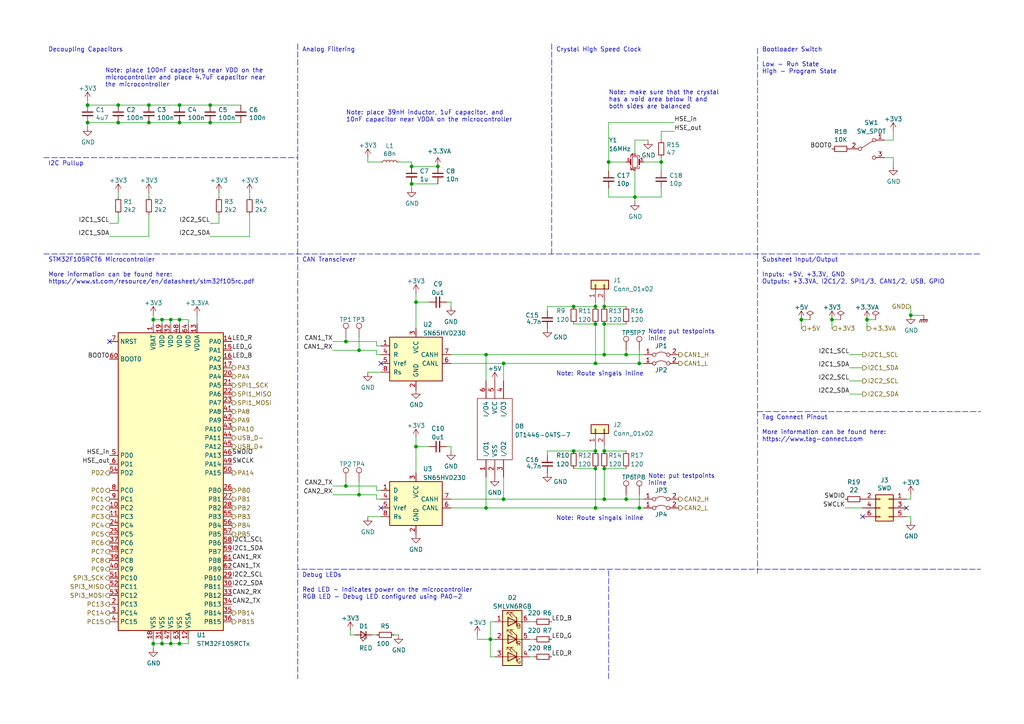
<source format=kicad_sch>
(kicad_sch (version 20211123) (generator eeschema)
  (paper "A4")
  (title_block (title "STM32F105RCT6 Subsheet") (date "2022-10-09") (company "Longhorn Racing"))
  (lib_symbols
    (symbol "Connector:TestPoint" (pin_numbers hide) (pin_names (offset 0.762) hide)
      (property "Reference" "TP" (at 0 6.858 0))
      (property "Value" "TestPoint" (at 0 5.08 0))
      (symbol "TestPoint_1_1"
        (pin passive line (at 0 0 90) (length 2.54) (name "1") (number "1"))
      )
    )
    (symbol "Connector_Generic:Conn_01x02" (pin_names (offset 1.016) hide)
      (property "Reference" "J" (at 0 2.54 0))
      (property "Value" "Conn_01x02" (at 0 -5.08 0))
      (symbol "Conn_01x02_1_1"
        (pin passive line (at -5.08 0 0) (length 3.81) (name "Pin_1") (number "1"))
        (pin passive line (at -5.08 -2.54 0) (length 3.81) (name "Pin_2") (number "2"))
      )
    )
    (symbol "Connector_Generic:Conn_02x03_Odd_Even" (pin_names (offset 1.016) hide)
      (property "Reference" "J" (at 1.27 5.08 0))
      (property "Value" "Conn_02x03_Odd_Even" (at 1.27 -5.08 0))
      (symbol "Conn_02x03_Odd_Even_1_1"
        (pin passive line (at -5.08 2.54 0) (length 3.81) (name "Pin_1") (number "1"))
        (pin passive line (at 7.62 2.54 180) (length 3.81) (name "Pin_2") (number "2"))
        (pin passive line (at -5.08 0 0) (length 3.81) (name "Pin_3") (number "3"))
        (pin passive line (at 7.62 0 180) (length 3.81) (name "Pin_4") (number "4"))
        (pin passive line (at -5.08 -2.54 0) (length 3.81) (name "Pin_5") (number "5"))
        (pin passive line (at 7.62 -2.54 180) (length 3.81) (name "Pin_6") (number "6"))
      )
    )
    (symbol "Device:C_Small" (pin_numbers hide) (pin_names (offset 0.254) hide)
      (property "Reference" "C" (at 0.254 1.778 0))
      (property "Value" "C_Small" (at 0.254 -2.032 0))
      (symbol "C_Small_1_1"
        (pin passive line (at 0 2.54 270) (length 2.032) (name "~") (number "1"))
        (pin passive line (at 0 -2.54 90) (length 2.032) (name "~") (number "2"))
      )
    )
    (symbol "Device:Crystal_GND24_Small" (pin_names (offset 1.016) hide)
      (property "Reference" "Y" (at 1.27 4.445 0))
      (property "Value" "Crystal_GND24_Small" (at 1.27 2.54 0))
      (symbol "Crystal_GND24_Small_1_1"
        (pin passive line (at -2.54 0 0) (length 1.27) (name "1") (number "1"))
        (pin passive line (at 0 -2.54 90) (length 0.635) (name "2") (number "2"))
        (pin passive line (at 2.54 0 180) (length 1.27) (name "3") (number "3"))
        (pin passive line (at 0 2.54 270) (length 0.635) (name "4") (number "4"))
      )
    )
    (symbol "Device:LED_Small" (pin_numbers hide) (pin_names (offset 0.254) hide)
      (property "Reference" "D" (at -1.27 3.175 0))
      (property "Value" "LED_Small" (at -4.445 -2.54 0))
      (symbol "LED_Small_1_1"
        (pin passive line (at -2.54 0 0) (length 1.778) (name "K") (number "1"))
        (pin passive line (at 2.54 0 180) (length 1.778) (name "A") (number "2"))
      )
    )
    (symbol "Device:L_Small" (pin_numbers hide) (pin_names (offset 0.254) hide)
      (property "Reference" "L" (at 0.762 1.016 0))
      (property "Value" "L_Small" (at 0.762 -1.016 0))
      (symbol "L_Small_1_1"
        (pin passive line (at 0 2.54 270) (length 0.508) (name "~") (number "1"))
        (pin passive line (at 0 -2.54 90) (length 0.508) (name "~") (number "2"))
      )
    )
    (symbol "Device:R_Small" (pin_numbers hide) (pin_names (offset 0.254) hide)
      (property "Reference" "R" (at 0.762 0.508 0))
      (property "Value" "R_Small" (at 0.762 -1.016 0))
      (symbol "R_Small_1_1"
        (pin passive line (at 0 2.54 270) (length 0.762) (name "~") (number "1"))
        (pin passive line (at 0 -2.54 90) (length 0.762) (name "~") (number "2"))
      )
    )
    (symbol "Global_Library:DT1446-04TS-7" (pin_names (offset 0.762))
      (property "Reference" "D" (at 5.08 7.62 0))
      (property "Value" "DT1446-04TS-7" (at 5.08 5.08 0))
      (symbol "DT1446-04TS-7_0_0"
        (pin passive line (at 0 0 0) (length 5.08) (name "I/O1") (number "1"))
        (pin passive line (at 0 -2.54 0) (length 5.08) (name "VSS") (number "2"))
        (pin passive line (at 0 -5.08 0) (length 5.08) (name "I/O2") (number "3"))
        (pin passive line (at 27.94 -5.08 180) (length 5.08) (name "I/O3") (number "4"))
        (pin passive line (at 27.94 -2.54 180) (length 5.08) (name "VCC") (number "5"))
        (pin passive line (at 27.94 0 180) (length 5.08) (name "I/O4") (number "6"))
      )
    )
    (symbol "Interface_CAN_LIN:SN65HVD230" (pin_names (offset 1.016))
      (property "Reference" "U" (at -2.54 10.16 0))
      (property "Value" "SN65HVD230" (at -2.54 7.62 0))
      (symbol "SN65HVD230_1_1"
        (pin input line (at -10.16 2.54 0) (length 2.54) (name "D") (number "1"))
        (pin power_in line (at 0 -10.16 90) (length 2.54) (name "GND") (number "2"))
        (pin power_in line (at 0 7.62 270) (length 2.54) (name "VCC") (number "3"))
        (pin output line (at -10.16 0 0) (length 2.54) (name "R") (number "4"))
        (pin output line (at -10.16 -2.54 0) (length 2.54) (name "Vref") (number "5"))
        (pin bidirectional line (at 10.16 -2.54 180) (length 2.54) (name "CANL") (number "6"))
        (pin bidirectional line (at 10.16 0 180) (length 2.54) (name "CANH") (number "7"))
        (pin input line (at -10.16 -5.08 0) (length 2.54) (name "Rs") (number "8"))
      )
    )
    (symbol "Jumper:Jumper_2_Bridged" (pin_names (offset 0) hide)
      (property "Reference" "JP" (at 0 1.905 0))
      (property "Value" "Jumper_2_Bridged" (at 0 -2.54 0))
      (symbol "Jumper_2_Bridged_1_1"
        (pin passive line (at -5.08 0 0) (length 2.54) (name "A") (number "1"))
        (pin passive line (at 5.08 0 180) (length 2.54) (name "B") (number "2"))
      )
    )
    (symbol "LED:SMLVN6RGB" (pin_names (offset 0) hide)
      (property "Reference" "D" (at 0 12.7 0))
      (property "Value" "SMLVN6RGB" (at 0 10.16 0))
      (symbol "SMLVN6RGB_0_0"
        (text "B" (at 1.905 3.81 0) (effects (font (size 1.27 1.27))))
        (text "G" (at 1.905 -6.35 0) (effects (font (size 1.27 1.27))))
        (text "R" (at 1.905 -1.27 0) (effects (font (size 1.27 1.27))))
      )
      (symbol "SMLVN6RGB_1_1"
        (pin passive line (at -5.08 5.08 0) (length 2.54) (name "BA") (number "1"))
        (pin passive line (at -5.08 0 0) (length 2.54) (name "RA") (number "2"))
        (pin passive line (at -5.08 -5.08 0) (length 2.54) (name "GA") (number "3"))
        (pin passive line (at 5.08 -5.08 180) (length 2.54) (name "GK") (number "4"))
        (pin passive line (at 5.08 0 180) (length 2.54) (name "RK") (number "5"))
        (pin passive line (at 5.08 5.08 180) (length 2.54) (name "BK") (number "6"))
      )
    )
    (symbol "MCU_ST_STM32F1:STM32F105RCTx"
      (property "Reference" "U" (at -15.24 44.45 0))
      (property "Value" "STM32F105RCTx" (at 10.16 44.45 0))
      (symbol "STM32F105RCTx_1_1"
        (pin power_in line (at -5.08 45.72 270) (length 2.54) (name "VBAT") (number "1"))
        (pin bidirectional line (at -17.78 -7.62 0) (length 2.54) (name "PC2") (number "10"))
        (pin bidirectional line (at -17.78 -10.16 0) (length 2.54) (name "PC3") (number "11"))
        (pin power_in line (at 5.08 -45.72 90) (length 2.54) (name "VSSA") (number "12"))
        (pin power_in line (at 7.62 45.72 270) (length 2.54) (name "VDDA") (number "13"))
        (pin bidirectional line (at 17.78 40.64 180) (length 2.54) (name "PA0") (number "14"))
        (pin bidirectional line (at 17.78 38.1 180) (length 2.54) (name "PA1") (number "15"))
        (pin bidirectional line (at 17.78 35.56 180) (length 2.54) (name "PA2") (number "16"))
        (pin bidirectional line (at 17.78 33.02 180) (length 2.54) (name "PA3") (number "17"))
        (pin power_in line (at -5.08 -45.72 90) (length 2.54) (name "VSS") (number "18"))
        (pin power_in line (at -2.54 45.72 270) (length 2.54) (name "VDD") (number "19"))
        (pin bidirectional line (at -17.78 -35.56 0) (length 2.54) (name "PC13") (number "2"))
        (pin bidirectional line (at 17.78 30.48 180) (length 2.54) (name "PA4") (number "20"))
        (pin bidirectional line (at 17.78 27.94 180) (length 2.54) (name "PA5") (number "21"))
        (pin bidirectional line (at 17.78 25.4 180) (length 2.54) (name "PA6") (number "22"))
        (pin bidirectional line (at 17.78 22.86 180) (length 2.54) (name "PA7") (number "23"))
        (pin bidirectional line (at -17.78 -12.7 0) (length 2.54) (name "PC4") (number "24"))
        (pin bidirectional line (at -17.78 -15.24 0) (length 2.54) (name "PC5") (number "25"))
        (pin bidirectional line (at 17.78 -2.54 180) (length 2.54) (name "PB0") (number "26"))
        (pin bidirectional line (at 17.78 -5.08 180) (length 2.54) (name "PB1") (number "27"))
        (pin bidirectional line (at 17.78 -7.62 180) (length 2.54) (name "PB2") (number "28"))
        (pin bidirectional line (at 17.78 -27.94 180) (length 2.54) (name "PB10") (number "29"))
        (pin bidirectional line (at -17.78 -38.1 0) (length 2.54) (name "PC14") (number "3"))
        (pin bidirectional line (at 17.78 -30.48 180) (length 2.54) (name "PB11") (number "30"))
        (pin power_in line (at -2.54 -45.72 90) (length 2.54) (name "VSS") (number "31"))
        (pin power_in line (at 0 45.72 270) (length 2.54) (name "VDD") (number "32"))
        (pin bidirectional line (at 17.78 -33.02 180) (length 2.54) (name "PB12") (number "33"))
        (pin bidirectional line (at 17.78 -35.56 180) (length 2.54) (name "PB13") (number "34"))
        (pin bidirectional line (at 17.78 -38.1 180) (length 2.54) (name "PB14") (number "35"))
        (pin bidirectional line (at 17.78 -40.64 180) (length 2.54) (name "PB15") (number "36"))
        (pin bidirectional line (at -17.78 -17.78 0) (length 2.54) (name "PC6") (number "37"))
        (pin bidirectional line (at -17.78 -20.32 0) (length 2.54) (name "PC7") (number "38"))
        (pin bidirectional line (at -17.78 -22.86 0) (length 2.54) (name "PC8") (number "39"))
        (pin bidirectional line (at -17.78 -40.64 0) (length 2.54) (name "PC15") (number "4"))
        (pin bidirectional line (at -17.78 -25.4 0) (length 2.54) (name "PC9") (number "40"))
        (pin bidirectional line (at 17.78 20.32 180) (length 2.54) (name "PA8") (number "41"))
        (pin bidirectional line (at 17.78 17.78 180) (length 2.54) (name "PA9") (number "42"))
        (pin bidirectional line (at 17.78 15.24 180) (length 2.54) (name "PA10") (number "43"))
        (pin bidirectional line (at 17.78 12.7 180) (length 2.54) (name "PA11") (number "44"))
        (pin bidirectional line (at 17.78 10.16 180) (length 2.54) (name "PA12") (number "45"))
        (pin bidirectional line (at 17.78 7.62 180) (length 2.54) (name "PA13") (number "46"))
        (pin power_in line (at 0 -45.72 90) (length 2.54) (name "VSS") (number "47"))
        (pin power_in line (at 2.54 45.72 270) (length 2.54) (name "VDD") (number "48"))
        (pin bidirectional line (at 17.78 5.08 180) (length 2.54) (name "PA14") (number "49"))
        (pin input line (at -17.78 7.62 0) (length 2.54) (name "PD0") (number "5"))
        (pin bidirectional line (at 17.78 2.54 180) (length 2.54) (name "PA15") (number "50"))
        (pin bidirectional line (at -17.78 -27.94 0) (length 2.54) (name "PC10") (number "51"))
        (pin bidirectional line (at -17.78 -30.48 0) (length 2.54) (name "PC11") (number "52"))
        (pin bidirectional line (at -17.78 -33.02 0) (length 2.54) (name "PC12") (number "53"))
        (pin bidirectional line (at -17.78 2.54 0) (length 2.54) (name "PD2") (number "54"))
        (pin bidirectional line (at 17.78 -10.16 180) (length 2.54) (name "PB3") (number "55"))
        (pin bidirectional line (at 17.78 -12.7 180) (length 2.54) (name "PB4") (number "56"))
        (pin bidirectional line (at 17.78 -15.24 180) (length 2.54) (name "PB5") (number "57"))
        (pin bidirectional line (at 17.78 -17.78 180) (length 2.54) (name "PB6") (number "58"))
        (pin bidirectional line (at 17.78 -20.32 180) (length 2.54) (name "PB7") (number "59"))
        (pin input line (at -17.78 5.08 0) (length 2.54) (name "PD1") (number "6"))
        (pin input line (at -17.78 35.56 0) (length 2.54) (name "BOOT0") (number "60"))
        (pin bidirectional line (at 17.78 -22.86 180) (length 2.54) (name "PB8") (number "61"))
        (pin bidirectional line (at 17.78 -25.4 180) (length 2.54) (name "PB9") (number "62"))
        (pin power_in line (at 2.54 -45.72 90) (length 2.54) (name "VSS") (number "63"))
        (pin power_in line (at 5.08 45.72 270) (length 2.54) (name "VDD") (number "64"))
        (pin input line (at -17.78 40.64 0) (length 2.54) (name "NRST") (number "7"))
        (pin bidirectional line (at -17.78 -2.54 0) (length 2.54) (name "PC0") (number "8"))
        (pin bidirectional line (at -17.78 -5.08 0) (length 2.54) (name "PC1") (number "9"))
      )
    )
    (symbol "Switch:SW_SPDT" (pin_names (offset 0) hide)
      (property "Reference" "SW" (at 0 4.318 0))
      (property "Value" "SW_SPDT" (at 0 -5.08 0))
      (symbol "SW_SPDT_1_1"
        (pin passive line (at 5.08 2.54 180) (length 2.54) (name "A") (number "1"))
        (pin passive line (at -5.08 0 0) (length 2.54) (name "B") (number "2"))
        (pin passive line (at 5.08 -2.54 180) (length 2.54) (name "C") (number "3"))
      )
    )
    (symbol "power:+3.3VA" (power) (pin_names (offset 0))
      (property "Value" "+3.3VA" (at 0 3.556 0))
      (symbol "+3.3VA_1_1"
        (pin power_in line (at 0 0 90) (length 0) hide (name "+3.3VA") (number "1"))
      )
    )
    (symbol "power:+3V3" (power) (pin_names (offset 0))
      (property "Value" "+3V3" (at 0 3.556 0))
      (symbol "+3V3_1_1"
        (pin power_in line (at 0 0 90) (length 0) hide (name "+3V3") (number "1"))
      )
    )
    (symbol "power:+5V" (power) (pin_names (offset 0))
      (property "Value" "+5V" (at 0 3.556 0))
      (symbol "+5V_1_1"
        (pin power_in line (at 0 0 90) (length 0) hide (name "+5V") (number "1"))
      )
    )
    (symbol "power:GND" (power) (pin_names (offset 0))
      (property "Value" "GND" (at 0 -3.81 0))
      (symbol "GND_1_1"
        (pin power_in line (at 0 0 270) (length 0) hide (name "GND") (number "1"))
      )
    )
    (symbol "power:GNDPWR" (power) (pin_names (offset 0))
      (property "Value" "GNDPWR" (at 0 -3.302 0))
      (symbol "GNDPWR_1_1"
        (pin power_in line (at 0 0 270) (length 0) hide (name "GNDPWR") (number "1"))
      )
    )
    (symbol "power:PWR_FLAG" (power) (pin_numbers hide) (pin_names (offset 0) hide)
      (property "Value" "PWR_FLAG" (at 0 3.81 0))
      (symbol "PWR_FLAG_0_0"
        (pin power_out line (at 0 0 90) (length 0) (name "pwr") (number "1"))
      )
    )
  )
  (junction (at 232.41 92.71))
  (junction (at 251.46 92.71))
  (junction (at 49.53 186.69))
  (junction (at 184.15 57.15))
  (junction (at 119.38 53.34))
  (junction (at 172.72 135.89))
  (junction (at 104.14 143.51))
  (junction (at 60.96 35.56))
  (junction (at 34.29 35.56))
  (junction (at 100.33 99.06))
  (junction (at 104.14 101.6))
  (junction (at 43.18 35.56))
  (junction (at 175.26 88.9))
  (junction (at 142.24 185.42))
  (junction (at 175.26 102.87))
  (junction (at 166.37 88.9))
  (junction (at 60.96 30.48))
  (junction (at 175.26 144.78))
  (junction (at 185.42 105.41))
  (junction (at 185.42 147.32))
  (junction (at 175.26 93.98))
  (junction (at 44.45 186.69))
  (junction (at 140.97 102.87))
  (junction (at 175.26 135.89))
  (junction (at 52.07 92.71))
  (junction (at 100.33 140.97))
  (junction (at 175.26 130.81))
  (junction (at 166.37 130.81))
  (junction (at 140.97 147.32))
  (junction (at 172.72 93.98))
  (junction (at 120.65 129.54))
  (junction (at 46.99 186.69))
  (junction (at 146.05 144.78))
  (junction (at 176.53 46.99))
  (junction (at 119.38 48.26))
  (junction (at 181.61 102.87))
  (junction (at 34.29 30.48))
  (junction (at 172.72 105.41))
  (junction (at 44.45 92.71))
  (junction (at 127 48.26))
  (junction (at 241.3 92.71))
  (junction (at 172.72 88.9))
  (junction (at 172.72 130.81))
  (junction (at 52.07 186.69))
  (junction (at 52.07 30.48))
  (junction (at 46.99 92.71))
  (junction (at 172.72 147.32))
  (junction (at 146.05 105.41))
  (junction (at 120.65 87.63))
  (junction (at 25.4 35.56))
  (junction (at 25.4 30.48))
  (junction (at 264.16 91.44))
  (junction (at 181.61 144.78))
  (junction (at 191.77 46.99))
  (junction (at 52.07 35.56))
  (junction (at 49.53 92.71))
  (junction (at 43.18 30.48))
  (no_connect (at 31.75 99.06))
  (no_connect (at 262.89 147.32))
  (no_connect (at 250.19 149.86))
  (no_connect (at 110.49 147.32))
  (no_connect (at 110.49 105.41))
  (wire (pts (xy 106.68 45.72) (xy 106.68 46.99)))
  (wire (pts (xy 245.11 147.32) (xy 250.19 147.32)))
  (wire (pts (xy 130.81 87.63) (xy 130.81 88.9)))
  (wire (pts (xy 262.89 144.78) (xy 264.16 144.78)))
  (wire (pts (xy 100.33 97.79) (xy 100.33 99.06)))
  (wire (pts (xy 63.5 55.88) (xy 63.5 57.15)))
  (wire (pts (xy 100.33 140.97) (xy 109.22 140.97)))
  (polyline (pts (xy 160.02 165.1) (xy 86.36 165.1)))
  (wire (pts (xy 43.18 30.48) (xy 52.07 30.48)))
  (wire (pts (xy 259.08 40.64) (xy 259.08 38.1)))
  (wire (pts (xy 63.5 64.77) (xy 63.5 62.23)))
  (wire (pts (xy 109.22 100.33) (xy 110.49 100.33)))
  (wire (pts (xy 25.4 36.83) (xy 25.4 35.56)))
  (wire (pts (xy 44.45 186.69) (xy 44.45 187.96)))
  (wire (pts (xy 153.67 180.34) (xy 154.94 180.34)))
  (wire (pts (xy 191.77 46.99) (xy 191.77 49.53)))
  (wire (pts (xy 109.22 102.87) (xy 110.49 102.87)))
  (wire (pts (xy 72.39 55.88) (xy 72.39 57.15)))
  (wire (pts (xy 60.96 35.56) (xy 69.85 35.56)))
  (wire (pts (xy 246.38 110.49) (xy 250.19 110.49)))
  (wire (pts (xy 140.97 138.43) (xy 140.97 147.32)))
  (wire (pts (xy 251.46 92.71) (xy 254 92.71)))
  (wire (pts (xy 129.54 87.63) (xy 130.81 87.63)))
  (wire (pts (xy 264.16 91.44) (xy 264.16 88.9)))
  (wire (pts (xy 146.05 105.41) (xy 146.05 110.49)))
  (wire (pts (xy 158.75 130.81) (xy 158.75 132.08)))
  (wire (pts (xy 187.96 40.64) (xy 184.15 40.64)))
  (wire (pts (xy 166.37 93.98) (xy 172.72 93.98)))
  (wire (pts (xy 96.52 140.97) (xy 100.33 140.97)))
  (wire (pts (xy 25.4 30.48) (xy 34.29 30.48)))
  (wire (pts (xy 172.72 135.89) (xy 172.72 147.32)))
  (wire (pts (xy 175.26 93.98) (xy 175.26 102.87)))
  (wire (pts (xy 25.4 29.21) (xy 25.4 30.48)))
  (wire (pts (xy 46.99 186.69) (xy 49.53 186.69)))
  (wire (pts (xy 232.41 92.71) (xy 232.41 95.25)))
  (wire (pts (xy 184.15 57.15) (xy 191.77 57.15)))
  (wire (pts (xy 106.68 107.95) (xy 110.49 107.95)))
  (wire (pts (xy 158.75 88.9) (xy 166.37 88.9)))
  (wire (pts (xy 262.89 149.86) (xy 264.16 149.86)))
  (wire (pts (xy 175.26 93.98) (xy 181.61 93.98)))
  (wire (pts (xy 44.45 92.71) (xy 44.45 91.44)))
  (wire (pts (xy 146.05 105.41) (xy 172.72 105.41)))
  (wire (pts (xy 109.22 142.24) (xy 110.49 142.24)))
  (wire (pts (xy 176.53 54.61) (xy 176.53 57.15)))
  (wire (pts (xy 142.24 180.34) (xy 142.24 185.42)))
  (wire (pts (xy 232.41 92.71) (xy 234.95 92.71)))
  (wire (pts (xy 143.51 180.34) (xy 142.24 180.34)))
  (polyline (pts (xy 160.02 165.1) (xy 284.48 165.1)))
  (wire (pts (xy 49.53 92.71) (xy 46.99 92.71)))
  (wire (pts (xy 172.72 147.32) (xy 185.42 147.32)))
  (wire (pts (xy 120.65 87.63) (xy 120.65 95.25)))
  (wire (pts (xy 106.68 46.99) (xy 110.49 46.99)))
  (wire (pts (xy 127 53.34) (xy 119.38 53.34)))
  (wire (pts (xy 60.96 64.77) (xy 63.5 64.77)))
  (wire (pts (xy 175.26 135.89) (xy 175.26 144.78)))
  (wire (pts (xy 142.24 190.5) (xy 143.51 190.5)))
  (wire (pts (xy 100.33 139.7) (xy 100.33 140.97)))
  (wire (pts (xy 49.53 93.98) (xy 49.53 92.71)))
  (wire (pts (xy 264.16 91.44) (xy 267.97 91.44)))
  (polyline (pts (xy 160.02 12.7) (xy 160.02 73.66)))
  (wire (pts (xy 175.26 88.9) (xy 175.26 87.63)))
  (wire (pts (xy 120.65 129.54) (xy 120.65 137.16)))
  (wire (pts (xy 184.15 40.64) (xy 184.15 44.45)))
  (wire (pts (xy 256.54 40.64) (xy 259.08 40.64)))
  (polyline (pts (xy 86.36 12.7) (xy 86.36 196.85)))
  (wire (pts (xy 44.45 93.98) (xy 44.45 92.71)))
  (wire (pts (xy 185.42 101.6) (xy 185.42 105.41)))
  (wire (pts (xy 172.72 87.63) (xy 172.72 88.9)))
  (wire (pts (xy 52.07 30.48) (xy 60.96 30.48)))
  (wire (pts (xy 109.22 143.51) (xy 109.22 144.78)))
  (wire (pts (xy 34.29 55.88) (xy 34.29 57.15)))
  (wire (pts (xy 49.53 186.69) (xy 52.07 186.69)))
  (wire (pts (xy 140.97 147.32) (xy 172.72 147.32)))
  (wire (pts (xy 256.54 45.72) (xy 259.08 45.72)))
  (wire (pts (xy 142.24 185.42) (xy 143.51 185.42)))
  (wire (pts (xy 43.18 35.56) (xy 52.07 35.56)))
  (wire (pts (xy 129.54 129.54) (xy 130.81 129.54)))
  (wire (pts (xy 175.26 135.89) (xy 181.61 135.89)))
  (wire (pts (xy 172.72 105.41) (xy 185.42 105.41)))
  (wire (pts (xy 166.37 130.81) (xy 172.72 130.81)))
  (wire (pts (xy 172.72 93.98) (xy 172.72 105.41)))
  (wire (pts (xy 140.97 102.87) (xy 175.26 102.87)))
  (polyline (pts (xy 219.71 13.97) (xy 219.71 166.37)))
  (wire (pts (xy 130.81 102.87) (xy 140.97 102.87)))
  (polyline (pts (xy 12.7 45.72) (xy 86.36 45.72)))
  (wire (pts (xy 158.75 130.81) (xy 166.37 130.81)))
  (wire (pts (xy 120.65 85.09) (xy 120.65 87.63)))
  (wire (pts (xy 264.16 144.78) (xy 264.16 143.51)))
  (wire (pts (xy 181.61 101.6) (xy 181.61 102.87)))
  (wire (pts (xy 60.96 30.48) (xy 69.85 30.48)))
  (wire (pts (xy 44.45 186.69) (xy 44.45 185.42)))
  (wire (pts (xy 191.77 38.1) (xy 195.58 38.1)))
  (wire (pts (xy 259.08 45.72) (xy 259.08 48.26)))
  (wire (pts (xy 130.81 144.78) (xy 146.05 144.78)))
  (wire (pts (xy 191.77 40.64) (xy 191.77 38.1)))
  (wire (pts (xy 107.95 184.15) (xy 109.22 184.15)))
  (wire (pts (xy 104.14 97.79) (xy 104.14 101.6)))
  (wire (pts (xy 34.29 30.48) (xy 43.18 30.48)))
  (wire (pts (xy 52.07 92.71) (xy 52.07 93.98)))
  (wire (pts (xy 72.39 68.58) (xy 72.39 62.23)))
  (wire (pts (xy 140.97 102.87) (xy 140.97 110.49)))
  (wire (pts (xy 104.14 143.51) (xy 109.22 143.51)))
  (wire (pts (xy 104.14 101.6) (xy 109.22 101.6)))
  (wire (pts (xy 176.53 49.53) (xy 176.53 46.99)))
  (wire (pts (xy 31.75 64.77) (xy 34.29 64.77)))
  (wire (pts (xy 46.99 185.42) (xy 46.99 186.69)))
  (wire (pts (xy 185.42 143.51) (xy 185.42 147.32)))
  (polyline (pts (xy 176.53 196.85) (xy 176.53 165.1)))
  (wire (pts (xy 54.61 186.69) (xy 54.61 185.42)))
  (wire (pts (xy 124.46 87.63) (xy 120.65 87.63)))
  (wire (pts (xy 184.15 57.15) (xy 184.15 58.42)))
  (wire (pts (xy 119.38 53.34) (xy 119.38 54.61)))
  (wire (pts (xy 181.61 102.87) (xy 186.69 102.87)))
  (wire (pts (xy 106.68 149.86) (xy 110.49 149.86)))
  (wire (pts (xy 49.53 92.71) (xy 52.07 92.71)))
  (wire (pts (xy 52.07 92.71) (xy 54.61 92.71)))
  (wire (pts (xy 114.3 184.15) (xy 115.57 184.15)))
  (wire (pts (xy 119.38 46.99) (xy 119.38 48.26)))
  (wire (pts (xy 130.81 105.41) (xy 146.05 105.41)))
  (wire (pts (xy 184.15 49.53) (xy 184.15 57.15)))
  (wire (pts (xy 60.96 68.58) (xy 72.39 68.58)))
  (wire (pts (xy 130.81 147.32) (xy 140.97 147.32)))
  (wire (pts (xy 96.52 99.06) (xy 100.33 99.06)))
  (wire (pts (xy 175.26 130.81) (xy 175.26 129.54)))
  (wire (pts (xy 43.18 68.58) (xy 43.18 62.23)))
  (wire (pts (xy 186.69 46.99) (xy 191.77 46.99)))
  (wire (pts (xy 264.16 149.86) (xy 264.16 151.13)))
  (wire (pts (xy 96.52 143.51) (xy 104.14 143.51)))
  (wire (pts (xy 142.24 185.42) (xy 142.24 190.5)))
  (wire (pts (xy 146.05 138.43) (xy 146.05 144.78)))
  (wire (pts (xy 52.07 35.56) (xy 60.96 35.56)))
  (wire (pts (xy 246.38 114.3) (xy 250.19 114.3)))
  (wire (pts (xy 176.53 35.56) (xy 195.58 35.56)))
  (wire (pts (xy 154.94 190.5) (xy 153.67 190.5)))
  (wire (pts (xy 246.38 102.87) (xy 250.19 102.87)))
  (wire (pts (xy 101.6 182.88) (xy 101.6 184.15)))
  (wire (pts (xy 175.26 144.78) (xy 181.61 144.78)))
  (wire (pts (xy 241.3 92.71) (xy 243.84 92.71)))
  (wire (pts (xy 138.43 185.42) (xy 138.43 184.15)))
  (wire (pts (xy 96.52 101.6) (xy 104.14 101.6)))
  (wire (pts (xy 57.15 91.44) (xy 57.15 93.98)))
  (wire (pts (xy 191.77 57.15) (xy 191.77 54.61)))
  (wire (pts (xy 166.37 88.9) (xy 172.72 88.9)))
  (wire (pts (xy 166.37 135.89) (xy 172.72 135.89)))
  (wire (pts (xy 46.99 186.69) (xy 44.45 186.69)))
  (wire (pts (xy 25.4 35.56) (xy 34.29 35.56)))
  (wire (pts (xy 251.46 92.71) (xy 251.46 95.25)))
  (wire (pts (xy 241.3 92.71) (xy 241.3 95.25)))
  (wire (pts (xy 124.46 129.54) (xy 120.65 129.54)))
  (wire (pts (xy 191.77 45.72) (xy 191.77 46.99)))
  (wire (pts (xy 52.07 186.69) (xy 54.61 186.69)))
  (wire (pts (xy 181.61 130.81) (xy 175.26 130.81)))
  (wire (pts (xy 130.81 129.54) (xy 130.81 130.81)))
  (wire (pts (xy 176.53 46.99) (xy 176.53 35.56)))
  (wire (pts (xy 109.22 140.97) (xy 109.22 142.24)))
  (wire (pts (xy 34.29 64.77) (xy 34.29 62.23)))
  (wire (pts (xy 119.38 48.26) (xy 127 48.26)))
  (wire (pts (xy 109.22 101.6) (xy 109.22 102.87)))
  (polyline (pts (xy 219.71 119.38) (xy 284.48 119.38)))
  (wire (pts (xy 246.38 106.68) (xy 250.19 106.68)))
  (wire (pts (xy 185.42 105.41) (xy 186.69 105.41)))
  (wire (pts (xy 181.61 143.51) (xy 181.61 144.78)))
  (wire (pts (xy 34.29 35.56) (xy 43.18 35.56)))
  (wire (pts (xy 176.53 46.99) (xy 181.61 46.99)))
  (wire (pts (xy 158.75 88.9) (xy 158.75 90.17)))
  (wire (pts (xy 31.75 68.58) (xy 43.18 68.58)))
  (wire (pts (xy 100.33 99.06) (xy 109.22 99.06)))
  (wire (pts (xy 176.53 57.15) (xy 184.15 57.15)))
  (wire (pts (xy 52.07 186.69) (xy 52.07 185.42)))
  (polyline (pts (xy 12.7 73.66) (xy 284.48 73.66)))
  (wire (pts (xy 138.43 185.42) (xy 142.24 185.42)))
  (wire (pts (xy 181.61 144.78) (xy 186.69 144.78)))
  (wire (pts (xy 172.72 129.54) (xy 172.72 130.81)))
  (wire (pts (xy 185.42 147.32) (xy 186.69 147.32)))
  (wire (pts (xy 44.45 92.71) (xy 46.99 92.71)))
  (wire (pts (xy 115.57 46.99) (xy 119.38 46.99)))
  (wire (pts (xy 104.14 139.7) (xy 104.14 143.51)))
  (wire (pts (xy 109.22 99.06) (xy 109.22 100.33)))
  (wire (pts (xy 46.99 92.71) (xy 46.99 93.98)))
  (wire (pts (xy 175.26 102.87) (xy 181.61 102.87)))
  (wire (pts (xy 43.18 55.88) (xy 43.18 57.15)))
  (wire (pts (xy 49.53 186.69) (xy 49.53 185.42)))
  (wire (pts (xy 120.65 127) (xy 120.65 129.54)))
  (wire (pts (xy 109.22 144.78) (xy 110.49 144.78)))
  (wire (pts (xy 181.61 88.9) (xy 175.26 88.9)))
  (wire (pts (xy 101.6 184.15) (xy 102.87 184.15)))
  (wire (pts (xy 146.05 144.78) (xy 175.26 144.78)))
  (wire (pts (xy 54.61 92.71) (xy 54.61 93.98)))
  (wire (pts (xy 154.94 185.42) (xy 153.67 185.42)))
  (text "Note: place 100nF capacitors near VDD on the \nmicrocontroller and place 4.7uF capacitor near \nthe microcontroller" (at 30.48 25.4 0) (effects (font (size 1.27 1.27)) (justify left bottom)))
  (text "Note: put testpoints \ninline" (at 187.96 140.97 0) (effects (font (size 1.27 1.27)) (justify left bottom)))
  (text "Note: Route singals inline" (at 161.29 151.13 0) (effects (font (size 1.27 1.27)) (justify left bottom)))
  (text "Inputs: +5V, +3.3V, GND\nOutputs: +3.3VA, I2C1/2, SPI1/3, CAN1/2, USB, GPIO" (at 220.98 82.55 0) (effects (font (size 1.27 1.27)) (justify left bottom)))
  (text "Bootloader Switch" (at 220.98 15.24 0) (effects (font (size 1.27 1.27)) (justify left bottom)))
  (text "Low - Run State\nHigh - Program State" (at 220.98 21.59 0) (effects (font (size 1.27 1.27)) (justify left bottom)))
  (text "Note: Route singals inline" (at 161.29 109.22 0) (effects (font (size 1.27 1.27)) (justify left bottom)))
  (text "Analog Filtering" (at 87.63 15.24 0) (effects (font (size 1.27 1.27)) (justify left bottom)))
  (text "I2C Pullup" (at 13.97 48.26 0) (effects (font (size 1.27 1.27)) (justify left bottom)))
  (text "Tag Connect Pinout" (at 220.98 121.92 0) (effects (font (size 1.27 1.27)) (justify left bottom)))
  (text "Note: place 39nH inductor, 1uF capacitor, and \n10nF capacitor near VDDA on the microcontroller" (at 100.33 35.56 0) (effects (font (size 1.27 1.27)) (justify left bottom)))
  (text "Subsheet Input/Output" (at 220.98 76.2 0) (effects (font (size 1.27 1.27)) (justify left bottom)))
  (text "Debug LEDs" (at 87.63 167.64 0) (effects (font (size 1.27 1.27)) (justify left bottom)))
  (text "Note: make sure that the crystal \nhas a void area below it and\nboth sides are balanced" (at 176.53 31.75 0) (effects (font (size 1.27 1.27)) (justify left bottom)))
  (text "Decoupling Capacitors" (at 13.97 15.24 0) (effects (font (size 1.27 1.27)) (justify left bottom)))
  (text "Crystal High Speed Clock" (at 161.29 15.24 0) (effects (font (size 1.27 1.27)) (justify left bottom)))
  (text "STM32F105RCT6 Microcontroller" (at 13.97 76.2 0) (effects (font (size 1.27 1.27)) (justify left bottom)))
  (text "CAN Transciever\n" (at 87.63 76.2 0) (effects (font (size 1.27 1.27)) (justify left bottom)))
  (text "More information can be found here:\nhttps://www.st.com/resource/en/datasheet/stm32f105rc.pdf" (at 13.97 82.55 0) (effects (font (size 1.27 1.27)) (justify left bottom)))
  (text "More information can be found here: \nhttps://www.tag-connect.com" (at 220.98 128.27 0) (effects (font (size 1.27 1.27)) (justify left bottom)))
  (text "Note: put testpoints \ninline" (at 187.96 99.06 0) (effects (font (size 1.27 1.27)) (justify left bottom)))
  (text "Red LED - Indicates power on the microcontroller\nRGB LED - Debug LED configured using PA0-2" (at 87.63 173.99 0) (effects (font (size 1.27 1.27)) (justify left bottom)))
  (label "SWDIO" (at 245.11 144.78 180))
  (label "HSE_in" (at 195.58 35.56 0))
  (label "SWCLK" (at 245.11 147.32 180))
  (label "SWDIO" (at 67.31 132.08 0))
  (label "HSE_out" (at 31.75 134.62 180))
  (label "CAN2_TX" (at 67.31 175.26 0))
  (label "I2C2_SCL" (at 67.31 167.64 0))
  (label "LED_G" (at 160.02 185.42 0))
  (label "CAN1_RX" (at 96.52 101.6 180))
  (label "LED_B" (at 160.02 180.34 0))
  (label "BOOT0" (at 241.3 43.18 180))
  (label "I2C1_SCL" (at 31.75 64.77 180))
  (label "CAN2_RX" (at 67.31 172.72 0))
  (label "HSE_in" (at 31.75 132.08 180))
  (label "I2C2_SDA" (at 60.96 68.58 180))
  (label "CAN1_RX" (at 67.31 162.56 0))
  (label "CAN1_TX" (at 67.31 165.1 0))
  (label "HSE_out" (at 195.58 38.1 0))
  (label "I2C1_SCL" (at 246.38 102.87 180))
  (label "I2C1_SDA" (at 67.31 160.02 0))
  (label "CAN1_TX" (at 96.52 99.06 180))
  (label "BOOT0" (at 31.75 104.14 180))
  (label "I2C1_SDA" (at 246.38 106.68 180))
  (label "LED_R" (at 67.31 99.06 0))
  (label "LED_B" (at 67.31 104.14 0))
  (label "I2C2_SDA" (at 67.31 170.18 0))
  (label "LED_G" (at 67.31 101.6 0))
  (label "SWCLK" (at 67.31 134.62 0))
  (label "I2C2_SCL" (at 246.38 110.49 180))
  (label "LED_R" (at 160.02 190.5 0))
  (label "I2C2_SDA" (at 246.38 114.3 180))
  (label "CAN2_TX" (at 96.52 140.97 180))
  (label "I2C1_SCL" (at 67.31 157.48 0))
  (label "I2C2_SCL" (at 60.96 64.77 180))
  (label "CAN2_RX" (at 96.52 143.51 180))
  (label "I2C1_SDA" (at 31.75 68.58 180))
  (hierarchical_label "PC6" (shape output) (at 31.75 157.48 180))
  (hierarchical_label "PC7" (shape output) (at 31.75 160.02 180))
  (hierarchical_label "PC0" (shape output) (at 31.75 142.24 180))
  (hierarchical_label "USB_D-" (shape output) (at 67.31 127 0))
  (hierarchical_label "USB_D+" (shape output) (at 67.31 129.54 0))
  (hierarchical_label "CAN1_H" (shape output) (at 196.85 102.87 0))
  (hierarchical_label "SPI1_MOSI" (shape output) (at 67.31 116.84 0))
  (hierarchical_label "I2C1_SDA" (shape output) (at 250.19 106.68 0))
  (hierarchical_label "PB15" (shape output) (at 67.31 180.34 0))
  (hierarchical_label "PC5" (shape output) (at 31.75 154.94 180))
  (hierarchical_label "+5V" (shape input) (at 232.41 95.25 0))
  (hierarchical_label "PB5" (shape output) (at 67.31 154.94 0))
  (hierarchical_label "SPI1_SCK" (shape output) (at 67.31 111.76 0))
  (hierarchical_label "I2C2_SDA" (shape output) (at 250.19 114.3 0))
  (hierarchical_label "GND" (shape input) (at 264.16 88.9 180))
  (hierarchical_label "PA3" (shape output) (at 67.31 106.68 0))
  (hierarchical_label "+3V3" (shape input) (at 241.3 95.25 0))
  (hierarchical_label "SPI3_SCK" (shape output) (at 31.75 167.64 180))
  (hierarchical_label "SPI3_MISO" (shape output) (at 31.75 170.18 180))
  (hierarchical_label "PC2" (shape output) (at 31.75 147.32 180))
  (hierarchical_label "PA8" (shape output) (at 67.31 119.38 0))
  (hierarchical_label "PC9" (shape output) (at 31.75 165.1 180))
  (hierarchical_label "+3.3VA" (shape output) (at 251.46 95.25 0))
  (hierarchical_label "PB0" (shape output) (at 67.31 142.24 0))
  (hierarchical_label "CAN2_L" (shape output) (at 196.85 147.32 0))
  (hierarchical_label "PB2" (shape output) (at 67.31 147.32 0))
  (hierarchical_label "CAN1_L" (shape output) (at 196.85 105.41 0))
  (hierarchical_label "SPI1_MISO" (shape output) (at 67.31 114.3 0))
  (hierarchical_label "PD2" (shape output) (at 31.75 137.16 180))
  (hierarchical_label "PA14" (shape output) (at 67.31 137.16 0))
  (hierarchical_label "PC15" (shape output) (at 31.75 180.34 180))
  (hierarchical_label "PC8" (shape output) (at 31.75 162.56 180))
  (hierarchical_label "PB14" (shape output) (at 67.31 177.8 0))
  (hierarchical_label "I2C2_SCL" (shape output) (at 250.19 110.49 0))
  (hierarchical_label "PA4" (shape output) (at 67.31 109.22 0))
  (hierarchical_label "I2C1_SCL" (shape output) (at 250.19 102.87 0))
  (hierarchical_label "PA10" (shape output) (at 67.31 124.46 0))
  (hierarchical_label "PC13" (shape output) (at 31.75 175.26 180))
  (hierarchical_label "CAN2_H" (shape output) (at 196.85 144.78 0))
  (hierarchical_label "PB4" (shape output) (at 67.31 152.4 0))
  (hierarchical_label "PC3" (shape output) (at 31.75 149.86 180))
  (hierarchical_label "PC4" (shape output) (at 31.75 152.4 180))
  (hierarchical_label "PC1" (shape output) (at 31.75 144.78 180))
  (hierarchical_label "PC14" (shape output) (at 31.75 177.8 180))
  (hierarchical_label "PA9" (shape output) (at 67.31 121.92 0))
  (hierarchical_label "SPI3_MOSI" (shape output) (at 31.75 172.72 180))
  (hierarchical_label "PB1" (shape output) (at 67.31 144.78 0))
  (hierarchical_label "PB3" (shape output) (at 67.31 149.86 0))
  (symbol (lib_id "MCU_ST_STM32F1:STM32F105RCTx") (at 49.53 139.7 0) (unit 1)
    (property "Reference" "U1" (at 58.42 184.15 0))
    (property "Value" "STM32F105RCTx" (at 64.77 186.69 0))
    (property "Footprint" "Package_QFP:LQFP-64_10x10mm_P0.5mm" (effects hide))
    (property "Datasheet" "http://www.st.com/st-web-ui/static/active/en/resource/technical/document/datasheet/CD00220364.pdf" (effects hide))
  )
  (symbol (lib_id "power:GND") (at 44.45 187.96 0) (unit 1)
    (property "Reference" "#PWR06" (effects hide))
    (property "Value" "GND" (at 44.577 192.3542 0))
  )
  (symbol (lib_id "Switch:SW_SPDT") (at 251.46 43.18 0) (unit 1)
    (property "Reference" "SW1" (at 252.73 35.56 0))
    (property "Value" "SW_SPDT" (at 252.73 38.1 0))
    (property "Footprint" "Connector_PinHeader_1.27mm:PinHeader_1x03_P1.27mm_Vertical" (effects hide))
  )
  (symbol (lib_id "Device:R_Small") (at 243.84 43.18 270) (unit 1)
    (property "Reference" "R18" (at 243.84 38.2016 90))
    (property "Value" "10K" (at 243.84 40.513 90))
    (property "Footprint" "Resistor_SMD:R_0603_1608Metric" (effects hide))
  )
  (symbol (lib_id "power:GND") (at 259.08 48.26 0) (unit 1)
    (property "Reference" "#PWR038" (effects hide))
    (property "Value" "GND" (at 259.207 52.6542 0))
  )
  (symbol (lib_id "Device:C_Small") (at 25.4 33.02 0) (unit 1)
    (property "Reference" "C1" (at 27.7368 31.8516 0) (effects (justify left)))
    (property "Value" "4u7" (at 27.7368 34.163 0) (effects (justify left)))
    (property "Footprint" "Capacitor_SMD:C_0603_1608Metric" (effects hide))
  )
  (symbol (lib_id "Device:C_Small") (at 34.29 33.02 0) (unit 1)
    (property "Reference" "C2" (at 36.6268 31.8516 0) (effects (justify left)))
    (property "Value" "100n" (at 36.6268 34.163 0) (effects (justify left)))
    (property "Footprint" "Capacitor_SMD:C_0603_1608Metric" (effects hide))
  )
  (symbol (lib_id "Device:C_Small") (at 43.18 33.02 0) (unit 1)
    (property "Reference" "C3" (at 45.5168 31.8516 0) (effects (justify left)))
    (property "Value" "100n" (at 45.5168 34.163 0) (effects (justify left)))
    (property "Footprint" "Capacitor_SMD:C_0603_1608Metric" (effects hide))
  )
  (symbol (lib_id "Device:C_Small") (at 52.07 33.02 0) (unit 1)
    (property "Reference" "C4" (at 54.4068 31.8516 0) (effects (justify left)))
    (property "Value" "100n" (at 54.4068 34.163 0) (effects (justify left)))
    (property "Footprint" "Capacitor_SMD:C_0603_1608Metric" (effects hide))
  )
  (symbol (lib_id "Device:C_Small") (at 60.96 33.02 0) (unit 1)
    (property "Reference" "C5" (at 63.2968 31.8516 0) (effects (justify left)))
    (property "Value" "100n" (at 63.2968 34.163 0) (effects (justify left)))
    (property "Footprint" "Capacitor_SMD:C_0603_1608Metric" (effects hide))
  )
  (symbol (lib_id "Device:C_Small") (at 69.85 33.02 0) (unit 1)
    (property "Reference" "C6" (at 72.1868 31.8516 0) (effects (justify left)))
    (property "Value" "100n" (at 72.1868 34.163 0) (effects (justify left)))
    (property "Footprint" "Capacitor_SMD:C_0603_1608Metric" (effects hide))
  )
  (symbol (lib_id "power:GND") (at 25.4 36.83 0) (unit 1)
    (property "Reference" "#PWR02" (effects hide))
    (property "Value" "GND" (at 25.527 41.2242 0))
  )
  (symbol (lib_id "Device:L_Small") (at 113.03 46.99 90) (unit 1)
    (property "Reference" "L1" (at 113.03 42.291 90))
    (property "Value" "68n" (at 113.03 44.6024 90))
    (property "Footprint" "Inductor_SMD:L_0603_1608Metric" (effects hide))
  )
  (symbol (lib_id "power:+3.3VA") (at 127 48.26 0) (unit 1)
    (property "Reference" "#PWR020" (effects hide))
    (property "Value" "+3.3VA" (at 127.381 43.8658 0))
  )
  (symbol (lib_id "Device:C_Small") (at 119.38 50.8 0) (unit 1)
    (property "Reference" "C7" (at 121.7168 49.6316 0) (effects (justify left)))
    (property "Value" "1u" (at 121.7168 51.943 0) (effects (justify left)))
    (property "Footprint" "Capacitor_SMD:C_0603_1608Metric" (effects hide))
  )
  (symbol (lib_id "Device:C_Small") (at 127 50.8 0) (unit 1)
    (property "Reference" "C8" (at 129.3368 49.6316 0) (effects (justify left)))
    (property "Value" "10n" (at 129.3368 51.943 0) (effects (justify left)))
    (property "Footprint" "Capacitor_SMD:C_0603_1608Metric" (effects hide))
  )
  (symbol (lib_id "power:GND") (at 119.38 54.61 0) (unit 1)
    (property "Reference" "#PWR015" (effects hide))
    (property "Value" "GND" (at 119.507 59.0042 0))
  )
  (symbol (lib_id "Device:Crystal_GND24_Small") (at 184.15 46.99 0) (unit 1)
    (property "Reference" "Y1" (at 176.53 40.64 0) (effects (justify left)))
    (property "Value" "16MHz" (at 176.53 43.18 0) (effects (justify left)))
    (property "Footprint" "Crystal:Crystal_SMD_3225-4Pin_3.2x2.5mm" (effects hide))
    (property "Datasheet" "https://datasheet.lcsc.com/lcsc/2103291133_Yangxing-Tech-X322516MLB4SI_C13738.pdf" (effects hide))
  )
  (symbol (lib_id "power:GND") (at 184.15 58.42 0) (unit 1)
    (property "Reference" "#PWR030" (effects hide))
    (property "Value" "GND" (at 184.277 62.8142 0))
  )
  (symbol (lib_id "Device:C_Small") (at 191.77 52.07 0) (unit 1)
    (property "Reference" "C18" (at 194.1068 50.9016 0) (effects (justify left)))
    (property "Value" "10p" (at 194.1068 53.213 0) (effects (justify left)))
    (property "Footprint" "Capacitor_SMD:C_0603_1608Metric" (effects hide))
  )
  (symbol (lib_id "Device:C_Small") (at 176.53 52.07 0) (unit 1)
    (property "Reference" "C17" (at 178.8668 50.9016 0) (effects (justify left)))
    (property "Value" "10p" (at 178.8668 53.213 0) (effects (justify left)))
    (property "Footprint" "Capacitor_SMD:C_0603_1608Metric" (effects hide))
  )
  (symbol (lib_id "Device:R_Small") (at 191.77 43.18 0) (unit 1)
    (property "Reference" "R15" (at 193.2686 42.0116 0) (effects (justify left)))
    (property "Value" "47" (at 193.2686 44.323 0) (effects (justify left)))
    (property "Footprint" "Resistor_SMD:R_0603_1608Metric" (effects hide))
  )
  (symbol (lib_id "power:GND") (at 264.16 91.44 0) (unit 1)
    (property "Reference" "#PWR039" (effects hide))
    (property "Value" "GND" (at 264.287 95.8342 0))
  )
  (symbol (lib_id "power:GND") (at 187.96 40.64 0) (unit 1)
    (property "Reference" "#PWR033" (effects hide))
    (property "Value" "GND" (at 188.087 45.0342 0))
  )
  (symbol (lib_id "power:GND") (at 115.57 184.15 0) (unit 1)
    (property "Reference" "#PWR014" (effects hide))
    (property "Value" "GND" (at 115.697 188.5442 0))
  )
  (symbol (lib_id "Device:R_Small") (at 111.76 184.15 90) (unit 1)
    (property "Reference" "R5" (at 113.03 181.61 90) (effects (justify left)))
    (property "Value" "100" (at 113.03 186.69 90) (effects (justify left)))
    (property "Footprint" "Resistor_SMD:R_0603_1608Metric" (effects hide))
  )
  (symbol (lib_id "Device:LED_Small") (at 105.41 184.15 180) (unit 1)
    (property "Reference" "D1" (at 104.14 181.61 0) (effects (justify right)))
    (property "Value" "RED" (at 104.14 187.96 0) (effects (justify right)))
    (property "Footprint" "LED_SMD:LED_0603_1608Metric" (effects hide))
  )
  (symbol (lib_id "Connector_Generic:Conn_02x03_Odd_Even") (at 257.81 147.32 0) (mirror y) (unit 1)
    (property "Reference" "J3" (at 256.54 139.2682 0))
    (property "Value" "SWD" (at 256.54 141.5796 0))
    (property "Footprint" "Connector_PinHeader_1.27mm:PinHeader_2x03_P1.27mm_Vertical" (effects hide))
  )
  (symbol (lib_id "Device:R_Small") (at 247.65 144.78 270) (unit 1)
    (property "Reference" "R19" (at 247.65 139.8016 90))
    (property "Value" "22" (at 247.65 142.113 90))
    (property "Footprint" "Resistor_SMD:R_0603_1608Metric" (effects hide))
  )
  (symbol (lib_id "power:GND") (at 264.16 151.13 0) (unit 1)
    (property "Reference" "#PWR041" (effects hide))
    (property "Value" "GND" (at 264.287 155.5242 0))
  )
  (symbol (lib_id "Device:R_Small") (at 34.29 59.69 0) (unit 1)
    (property "Reference" "R1" (at 35.7886 58.5216 0) (effects (justify left)))
    (property "Value" "2k2" (at 35.7886 60.833 0) (effects (justify left)))
    (property "Footprint" "Resistor_SMD:R_0603_1608Metric" (effects hide))
  )
  (symbol (lib_id "Device:R_Small") (at 43.18 59.69 0) (unit 1)
    (property "Reference" "R2" (at 44.6786 58.5216 0) (effects (justify left)))
    (property "Value" "2k2" (at 44.6786 60.833 0) (effects (justify left)))
    (property "Footprint" "Resistor_SMD:R_0603_1608Metric" (effects hide))
  )
  (symbol (lib_id "Device:R_Small") (at 63.5 59.69 0) (unit 1)
    (property "Reference" "R3" (at 64.9986 58.5216 0) (effects (justify left)))
    (property "Value" "2k2" (at 64.9986 60.833 0) (effects (justify left)))
    (property "Footprint" "Resistor_SMD:R_0603_1608Metric" (effects hide))
  )
  (symbol (lib_id "Device:R_Small") (at 72.39 59.69 0) (unit 1)
    (property "Reference" "R4" (at 73.8886 58.5216 0) (effects (justify left)))
    (property "Value" "2k2" (at 73.8886 60.833 0) (effects (justify left)))
    (property "Footprint" "Resistor_SMD:R_0603_1608Metric" (effects hide))
  )
  (symbol (lib_id "Jumper:Jumper_2_Bridged") (at 191.77 144.78 0) (unit 1)
    (property "Reference" "JP3" (at 191.77 142.24 0))
    (property "Value" " " (at 191.77 142.9821 0))
    (property "Footprint" "Jumper:SolderJumper-2_P1.3mm_Bridged2Bar_Pad1.0x1.5mm" (effects hide))
  )
  (symbol (lib_id "Global_Library:DT1446-04TS-7") (at 140.97 138.43 90) (unit 1)
    (property "Reference" "D8" (at 149.3012 123.6253 90) (effects (justify right)))
    (property "Value" "DT1446-04TS-7" (at 149.3012 126.1622 90) (effects (justify right)))
    (property "Footprint" "Global Libraries_2:SOT95P280X100-6N" (effects hide))
    (property "Datasheet" "https://www.diodes.com/assets/Datasheets/DT1446-04TS.pdf" (effects hide))
    (property "Description" "Diodes Inc DT1446-04TS-7 10-Element Uni-Directional TVS Diode Array, 300mW peak, 6-Pin TSOT-26" (effects hide))
    (property "Height" "1" (effects hide))
    (property "Mouser Part Number" "621-DT1446-04TS-7" (effects hide))
    (property "Mouser Price/Stock" "https://www.mouser.co.uk/ProductDetail/Diodes-Incorporated/DT1446-04TS-7?qs=5V6w%252Be2aIqaVaoAa1%252B%252BixQ%3D%3D" (effects hide))
    (property "Manufacturer_Name" "Diodes Inc." (effects hide))
    (property "Manufacturer_Part_Number" "DT1446-04TS-7" (effects hide))
  )
  (symbol (lib_id "Connector:TestPoint") (at 181.61 101.6 0) (unit 1)
    (property "Reference" "TP5" (at 180.34 96.52 0) (effects (justify left)))
    (property "Value" " " (at 183.007 100.0002 0) (effects (justify left)))
    (property "Footprint" "TestPoint:TestPoint_THTPad_1.0x1.0mm_Drill0.5mm" (effects hide))
  )
  (symbol (lib_id "power:+3V3") (at 63.5 55.88 0) (unit 1)
    (property "Reference" "#PWR08" (effects hide))
    (property "Value" "+3V3" (at 63.5 52.3042 0))
  )
  (symbol (lib_id "power:+3V3") (at 106.68 45.72 0) (unit 1)
    (property "Reference" "#PWR011" (effects hide))
    (property "Value" "+3V3" (at 106.68 42.1442 0))
  )
  (symbol (lib_id "power:GND") (at 158.75 95.25 0) (unit 1)
    (property "Reference" "#PWR028" (effects hide))
    (property "Value" "GND" (at 162.56 97.79 0))
  )
  (symbol (lib_id "Connector:TestPoint") (at 104.14 97.79 0) (unit 1)
    (property "Reference" "TP3" (at 102.235 92.71 0) (effects (justify left)))
    (property "Value" " " (at 105.537 96.1902 0) (effects (justify left)))
    (property "Footprint" "TestPoint:TestPoint_THTPad_1.0x1.0mm_Drill0.5mm" (effects hide))
  )
  (symbol (lib_id "Connector_Generic:Conn_01x02") (at 172.72 82.55 90) (unit 1)
    (property "Reference" "J1" (at 177.8 81.28 90) (effects (justify right)))
    (property "Value" "Conn_01x02" (at 177.8 83.82 90) (effects (justify right)))
    (property "Footprint" "Connector_PinHeader_2.54mm:PinHeader_1x02_P2.54mm_Vertical" (effects hide))
  )
  (symbol (lib_id "power:+3V3") (at 34.29 55.88 0) (unit 1)
    (property "Reference" "#PWR03" (effects hide))
    (property "Value" "+3V3" (at 34.29 52.3042 0))
  )
  (symbol (lib_id "power:PWR_FLAG") (at 254 92.71 0) (unit 1)
    (property "Reference" "#FLG03" (effects hide))
    (property "Value" "PWR_FLAG" (effects hide))
  )
  (symbol (lib_id "Device:R_Small") (at 157.48 190.5 90) (unit 1)
    (property "Reference" "R8" (at 158.75 187.96 90))
    (property "Value" "220" (at 154.94 187.96 90))
    (property "Footprint" "Resistor_SMD:R_0603_1608Metric" (effects hide))
  )
  (symbol (lib_id "power:+3V3") (at 44.45 91.44 0) (unit 1)
    (property "Reference" "#PWR05" (effects hide))
    (property "Value" "+3V3" (at 44.45 87.8642 0))
  )
  (symbol (lib_id "Device:R_Small") (at 172.72 133.35 0) (unit 1)
    (property "Reference" "R12" (at 167.64 132.08 0) (effects (justify left)))
    (property "Value" "120" (at 167.64 134.62 0) (effects (justify left)))
    (property "Footprint" "Resistor_SMD:R_0603_1608Metric" (effects hide))
  )
  (symbol (lib_id "power:GND") (at 130.81 130.81 0) (unit 1)
    (property "Reference" "#PWR022" (effects hide))
    (property "Value" "GND" (at 130.81 135.2534 0))
  )
  (symbol (lib_id "power:+3V3") (at 101.6 182.88 0) (unit 1)
    (property "Reference" "#PWR010" (effects hide))
    (property "Value" "+3V3" (at 101.6 179.3042 0))
  )
  (symbol (lib_id "Device:R_Small") (at 157.48 185.42 90) (unit 1)
    (property "Reference" "R7" (at 158.75 182.88 90))
    (property "Value" "220" (at 154.94 182.88 90))
    (property "Footprint" "Resistor_SMD:R_0603_1608Metric" (effects hide))
  )
  (symbol (lib_id "power:+5V") (at 232.41 92.71 0) (unit 1)
    (property "Reference" "#PWR051" (effects hide))
    (property "Value" "+5V" (at 232.41 89.1342 0))
  )
  (symbol (lib_id "Device:C_Small") (at 127 129.54 90) (unit 1)
    (property "Reference" "C10" (at 127.0063 124.2781 90))
    (property "Value" "0u1" (at 127.0063 126.815 90))
    (property "Footprint" "Capacitor_SMD:C_0603_1608Metric" (effects hide))
  )
  (symbol (lib_id "Device:C_Small") (at 158.75 134.62 180) (unit 1)
    (property "Reference" "C16" (at 152.4 133.35 0) (effects (justify right)))
    (property "Value" "4.7n" (at 152.654 135.255 0) (effects (justify right)))
    (property "Footprint" "Capacitor_SMD:C_0603_1608Metric" (effects hide))
  )
  (symbol (lib_id "Device:R_Small") (at 181.61 133.35 180) (unit 1)
    (property "Reference" "R17" (at 186.69 132.08 0) (effects (justify left)))
    (property "Value" "120" (at 186.69 134.62 0) (effects (justify left)))
    (property "Footprint" "Resistor_SMD:R_0603_1608Metric" (effects hide))
  )
  (symbol (lib_id "power:PWR_FLAG") (at 234.95 92.71 0) (unit 1)
    (property "Reference" "#FLG01" (effects hide))
    (property "Value" "PWR_FLAG" (effects hide))
  )
  (symbol (lib_id "power:GND") (at 120.65 154.94 0) (unit 1)
    (property "Reference" "#PWR019" (effects hide))
    (property "Value" "GND" (at 120.65 159.3834 0))
  )
  (symbol (lib_id "power:+3V3") (at 25.4 29.21 0) (unit 1)
    (property "Reference" "#PWR01" (effects hide))
    (property "Value" "+3V3" (at 25.4 25.6342 0))
  )
  (symbol (lib_id "power:GND") (at 130.81 88.9 0) (unit 1)
    (property "Reference" "#PWR021" (effects hide))
    (property "Value" "GND" (at 130.81 93.3434 0))
  )
  (symbol (lib_id "power:PWR_FLAG") (at 243.84 92.71 0) (unit 1)
    (property "Reference" "#FLG02" (effects hide))
    (property "Value" "PWR_FLAG" (effects hide))
  )
  (symbol (lib_id "power:+3V3") (at 241.3 92.71 0) (unit 1)
    (property "Reference" "#PWR035" (effects hide))
    (property "Value" "+3V3" (at 241.3 89.1342 0))
  )
  (symbol (lib_id "power:+5V") (at 143.51 110.49 0) (unit 1)
    (property "Reference" "#PWR045" (effects hide))
    (property "Value" "+5V" (at 143.51 106.9142 0))
  )
  (symbol (lib_id "power:GND") (at 106.68 149.86 0) (unit 1)
    (property "Reference" "#PWR013" (effects hide))
    (property "Value" "GND" (at 106.68 154.3034 0))
  )
  (symbol (lib_id "Connector_Generic:Conn_01x02") (at 172.72 124.46 90) (unit 1)
    (property "Reference" "J2" (at 177.8 123.19 90) (effects (justify right)))
    (property "Value" "Conn_01x02" (at 177.8 125.73 90) (effects (justify right)))
    (property "Footprint" "Connector_PinHeader_2.54mm:PinHeader_1x02_P2.54mm_Vertical" (effects hide))
  )
  (symbol (lib_id "power:+3.3VA") (at 251.46 92.71 0) (unit 1)
    (property "Reference" "#PWR036" (effects hide))
    (property "Value" "+3.3VA" (at 251.46 89.1342 0))
  )
  (symbol (lib_id "power:+3V3") (at 43.18 55.88 0) (unit 1)
    (property "Reference" "#PWR04" (effects hide))
    (property "Value" "+3V3" (at 43.18 52.3042 0))
  )
  (symbol (lib_id "power:GNDPWR") (at 267.97 91.44 0) (unit 1)
    (property "Reference" "#PWR042" (effects hide))
    (property "Value" "GNDPWR" (effects hide))
  )
  (symbol (lib_id "Connector:TestPoint") (at 185.42 101.6 0) (unit 1)
    (property "Reference" "TP7" (at 185.42 96.52 0))
    (property "Value" " " (at 185.42 96.52 0))
    (property "Footprint" "TestPoint:TestPoint_THTPad_1.0x1.0mm_Drill0.5mm" (effects hide))
  )
  (symbol (lib_id "power:GND") (at 158.75 137.16 0) (unit 1)
    (property "Reference" "#PWR029" (effects hide))
    (property "Value" "GND" (at 162.56 139.7 0))
  )
  (symbol (lib_id "power:+3.3VA") (at 57.15 91.44 0) (unit 1)
    (property "Reference" "#PWR07" (effects hide))
    (property "Value" "+3.3VA" (at 57.15 87.8642 0))
  )
  (symbol (lib_id "Device:R_Small") (at 157.48 180.34 90) (unit 1)
    (property "Reference" "R6" (at 158.75 177.8 90))
    (property "Value" "220" (at 154.94 177.8 90))
    (property "Footprint" "Resistor_SMD:R_0603_1608Metric" (effects hide))
  )
  (symbol (lib_id "Jumper:Jumper_2_Bridged") (at 191.77 147.32 0) (unit 1)
    (property "Reference" "JP4" (at 191.77 149.225 0))
    (property "Value" " " (at 191.77 145.5221 0))
    (property "Footprint" "Jumper:SolderJumper-2_P1.3mm_Bridged2Bar_Pad1.0x1.5mm" (effects hide))
  )
  (symbol (lib_id "Connector:TestPoint") (at 181.61 143.51 0) (unit 1)
    (property "Reference" "TP6" (at 180.34 138.43 0) (effects (justify left)))
    (property "Value" " " (at 183.007 141.9102 0) (effects (justify left)))
    (property "Footprint" "TestPoint:TestPoint_THTPad_1.0x1.0mm_Drill0.5mm" (effects hide))
  )
  (symbol (lib_id "LED:SMLVN6RGB") (at 148.59 185.42 0) (unit 1)
    (property "Reference" "D2" (at 148.59 173.3382 0))
    (property "Value" "SMLVN6RGB" (at 148.59 175.8751 0))
    (property "Footprint" "LED_SMD:LED_ROHM_SMLVN6" (effects hide))
    (property "Datasheet" "https://www.rohm.com/datasheet/SMLVN6RGB1U" (effects hide))
  )
  (symbol (lib_id "power:+3V3") (at 264.16 143.51 0) (unit 1)
    (property "Reference" "#PWR040" (effects hide))
    (property "Value" "+3V3" (at 264.16 139.9342 0))
  )
  (symbol (lib_id "Device:R_Small") (at 175.26 133.35 180) (unit 1)
    (property "Reference" "R14" (at 180.34 132.08 0) (effects (justify left)))
    (property "Value" "120" (at 180.34 134.62 0) (effects (justify left)))
    (property "Footprint" "Resistor_SMD:R_0603_1608Metric" (effects hide))
  )
  (symbol (lib_id "Device:R_Small") (at 166.37 133.35 0) (unit 1)
    (property "Reference" "R10" (at 161.29 132.08 0) (effects (justify left)))
    (property "Value" "120" (at 161.29 134.62 0) (effects (justify left)))
    (property "Footprint" "Resistor_SMD:R_0603_1608Metric" (effects hide))
  )
  (symbol (lib_id "Device:C_Small") (at 158.75 92.71 180) (unit 1)
    (property "Reference" "C15" (at 152.4 91.44 0) (effects (justify right)))
    (property "Value" "4.7n" (at 152.654 93.345 0) (effects (justify right)))
    (property "Footprint" "Capacitor_SMD:C_0603_1608Metric" (effects hide))
  )
  (symbol (lib_id "Jumper:Jumper_2_Bridged") (at 191.77 102.87 0) (unit 1)
    (property "Reference" "JP1" (at 191.77 100.33 0))
    (property "Value" " " (at 191.77 101.0721 0))
    (property "Footprint" "Jumper:SolderJumper-2_P1.3mm_Bridged2Bar_Pad1.0x1.5mm" (effects hide))
  )
  (symbol (lib_id "power:GND") (at 143.51 138.43 0) (unit 1)
    (property "Reference" "#PWR046" (effects hide))
    (property "Value" "GND" (at 143.51 142.8734 0))
  )
  (symbol (lib_id "Connector:TestPoint") (at 100.33 97.79 0) (unit 1)
    (property "Reference" "TP1" (at 98.425 92.71 0) (effects (justify left)))
    (property "Value" " " (at 101.727 96.1902 0) (effects (justify left)))
    (property "Footprint" "TestPoint:TestPoint_THTPad_1.0x1.0mm_Drill0.5mm" (effects hide))
  )
  (symbol (lib_id "Connector:TestPoint") (at 100.33 139.7 0) (unit 1)
    (property "Reference" "TP2" (at 98.425 134.62 0) (effects (justify left)))
    (property "Value" " " (at 101.727 138.1002 0) (effects (justify left)))
    (property "Footprint" "TestPoint:TestPoint_THTPad_1.0x1.0mm_Drill0.5mm" (effects hide))
  )
  (symbol (lib_id "Jumper:Jumper_2_Bridged") (at 191.77 105.41 0) (unit 1)
    (property "Reference" "JP2" (at 191.77 107.315 0))
    (property "Value" " " (at 191.77 103.6121 0))
    (property "Footprint" "Jumper:SolderJumper-2_P1.3mm_Bridged2Bar_Pad1.0x1.5mm" (effects hide))
  )
  (symbol (lib_id "Device:R_Small") (at 181.61 91.44 180) (unit 1)
    (property "Reference" "R16" (at 186.69 90.17 0) (effects (justify left)))
    (property "Value" "120" (at 186.69 92.71 0) (effects (justify left)))
    (property "Footprint" "Resistor_SMD:R_0603_1608Metric" (effects hide))
  )
  (symbol (lib_id "Device:R_Small") (at 172.72 91.44 0) (unit 1)
    (property "Reference" "R11" (at 167.64 90.17 0) (effects (justify left)))
    (property "Value" "120" (at 167.64 92.71 0) (effects (justify left)))
    (property "Footprint" "Resistor_SMD:R_0603_1608Metric" (effects hide))
  )
  (symbol (lib_id "Connector:TestPoint") (at 185.42 143.51 0) (unit 1)
    (property "Reference" "TP8" (at 185.42 138.43 0))
    (property "Value" " " (at 185.42 138.43 0))
    (property "Footprint" "TestPoint:TestPoint_THTPad_1.0x1.0mm_Drill0.5mm" (effects hide))
  )
  (symbol (lib_id "power:GND") (at 106.68 107.95 0) (unit 1)
    (property "Reference" "#PWR012" (effects hide))
    (property "Value" "GND" (at 106.68 112.3934 0))
  )
  (symbol (lib_id "power:+3V3") (at 120.65 85.09 0) (unit 1)
    (property "Reference" "#PWR016" (effects hide))
    (property "Value" "+3V3" (at 120.65 81.5142 0))
  )
  (symbol (lib_id "power:+3V3") (at 72.39 55.88 0) (unit 1)
    (property "Reference" "#PWR09" (effects hide))
    (property "Value" "+3V3" (at 72.39 52.3042 0))
  )
  (symbol (lib_id "Interface_CAN_LIN:SN65HVD230") (at 120.65 102.87 0) (unit 1)
    (property "Reference" "U2" (at 122.6694 94.0902 0) (effects (justify left)))
    (property "Value" "SN65HVD230" (at 122.6694 96.6271 0) (effects (justify left)))
    (property "Footprint" "Package_SO:SOIC-8_3.9x4.9mm_P1.27mm" (effects hide))
    (property "Datasheet" "http://www.ti.com/lit/ds/symlink/sn65hvd230.pdf" (effects hide))
  )
  (symbol (lib_id "Device:R_Small") (at 166.37 91.44 0) (unit 1)
    (property "Reference" "R9" (at 161.29 90.17 0) (effects (justify left)))
    (property "Value" "120" (at 161.29 92.71 0) (effects (justify left)))
    (property "Footprint" "Resistor_SMD:R_0603_1608Metric" (effects hide))
  )
  (symbol (lib_id "Interface_CAN_LIN:SN65HVD230") (at 120.65 144.78 0) (unit 1)
    (property "Reference" "U3" (at 122.6694 136.0002 0) (effects (justify left)))
    (property "Value" "SN65HVD230" (at 122.6694 138.5371 0) (effects (justify left)))
    (property "Footprint" "Package_SO:SOIC-8_3.9x4.9mm_P1.27mm" (effects hide))
    (property "Datasheet" "http://www.ti.com/lit/ds/symlink/sn65hvd230.pdf" (effects hide))
  )
  (symbol (lib_id "power:+3V3") (at 259.08 38.1 0) (unit 1)
    (property "Reference" "#PWR037" (effects hide))
    (property "Value" "+3V3" (at 259.08 34.5242 0))
  )
  (symbol (lib_id "Connector:TestPoint") (at 104.14 139.7 0) (unit 1)
    (property "Reference" "TP4" (at 102.235 134.62 0) (effects (justify left)))
    (property "Value" " " (at 105.537 138.1002 0) (effects (justify left)))
    (property "Footprint" "TestPoint:TestPoint_THTPad_1.0x1.0mm_Drill0.5mm" (effects hide))
  )
  (symbol (lib_id "power:+3V3") (at 120.65 127 0) (unit 1)
    (property "Reference" "#PWR018" (effects hide))
    (property "Value" "+3V3" (at 120.65 123.4242 0))
  )
  (symbol (lib_id "Device:C_Small") (at 127 87.63 90) (unit 1)
    (property "Reference" "C9" (at 127.0063 82.3681 90))
    (property "Value" "0u1" (at 127.0063 84.905 90))
    (property "Footprint" "Capacitor_SMD:C_0603_1608Metric" (effects hide))
  )
  (symbol (lib_id "power:GND") (at 120.65 113.03 0) (unit 1)
    (property "Reference" "#PWR017" (effects hide))
    (property "Value" "GND" (at 120.777 117.4242 0))
  )
  (symbol (lib_id "Device:R_Small") (at 175.26 91.44 180) (unit 1)
    (property "Reference" "R13" (at 180.34 90.17 0) (effects (justify left)))
    (property "Value" "120" (at 180.34 92.71 0) (effects (justify left)))
    (property "Footprint" "Resistor_SMD:R_0603_1608Metric" (effects hide))
  )
  (symbol (lib_id "power:+3V3") (at 138.43 184.15 0) (unit 1)
    (property "Reference" "#PWR025" (effects hide))
    (property "Value" "+3V3" (at 138.43 180.5742 0))
  )
)
</source>
